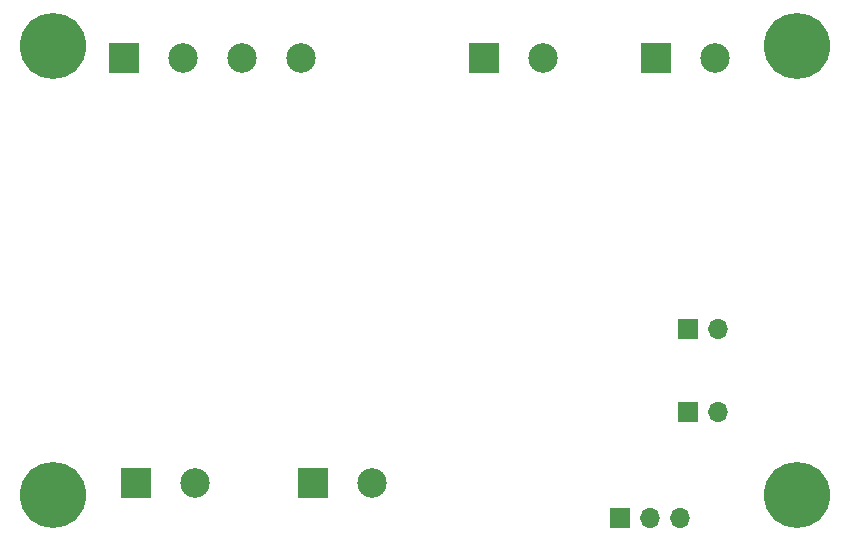
<source format=gbr>
%TF.GenerationSoftware,KiCad,Pcbnew,8.0.3*%
%TF.CreationDate,2024-07-12T15:18:38+08:00*%
%TF.ProjectId,seq_v003f4,7365715f-7630-4303-9366-342e6b696361,rev?*%
%TF.SameCoordinates,Original*%
%TF.FileFunction,Soldermask,Bot*%
%TF.FilePolarity,Negative*%
%FSLAX46Y46*%
G04 Gerber Fmt 4.6, Leading zero omitted, Abs format (unit mm)*
G04 Created by KiCad (PCBNEW 8.0.3) date 2024-07-12 15:18:38*
%MOMM*%
%LPD*%
G01*
G04 APERTURE LIST*
%ADD10C,5.600000*%
%ADD11R,1.700000X1.700000*%
%ADD12O,1.700000X1.700000*%
%ADD13R,2.500000X2.500000*%
%ADD14C,2.500000*%
G04 APERTURE END LIST*
D10*
%TO.C,REF\u002A\u002A*%
X166000000Y-121500000D03*
%TD*%
%TO.C,REF\u002A\u002A*%
X166000000Y-83500000D03*
%TD*%
%TO.C,REF\u002A\u002A*%
X229000000Y-83500000D03*
%TD*%
%TO.C,REF\u002A\u002A*%
X229000000Y-121500000D03*
%TD*%
D11*
%TO.C,J5*%
X219725000Y-114500000D03*
D12*
X222265000Y-114500000D03*
%TD*%
D13*
%TO.C,J2*%
X188000000Y-120500000D03*
D14*
X193000000Y-120500000D03*
%TD*%
D11*
%TO.C,J4*%
X219725000Y-107500000D03*
D12*
X222265000Y-107500000D03*
%TD*%
D11*
%TO.C,J3*%
X213975000Y-123475000D03*
D12*
X216515000Y-123475000D03*
X219055000Y-123475000D03*
%TD*%
D14*
%TO.C,J1*%
X178000000Y-120500000D03*
D13*
X173000000Y-120500000D03*
%TD*%
D14*
%TO.C,J6*%
X187000000Y-84500000D03*
X182000000Y-84500000D03*
X177000000Y-84500000D03*
D13*
X172000000Y-84500000D03*
%TD*%
D14*
%TO.C,J8*%
X222000000Y-84500000D03*
D13*
X217000000Y-84500000D03*
%TD*%
D14*
%TO.C,J7*%
X207500000Y-84500000D03*
D13*
X202500000Y-84500000D03*
%TD*%
M02*

</source>
